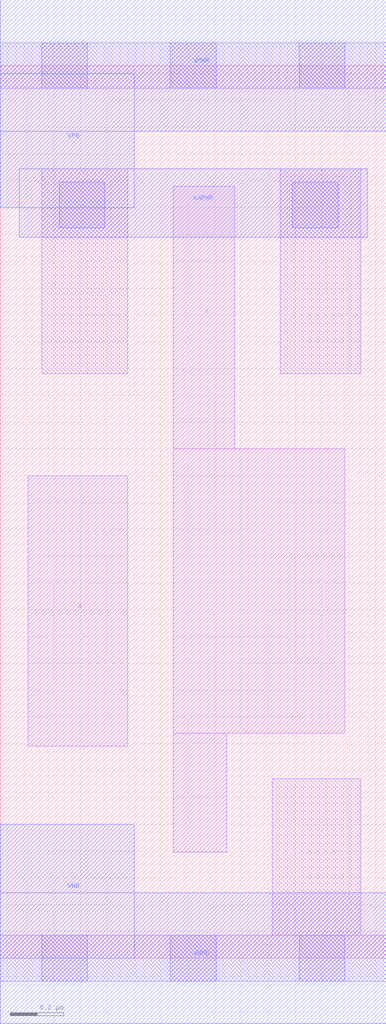
<source format=lef>
# Copyright 2020 The SkyWater PDK Authors
#
# Licensed under the Apache License, Version 2.0 (the "License");
# you may not use this file except in compliance with the License.
# You may obtain a copy of the License at
#
#     https://www.apache.org/licenses/LICENSE-2.0
#
# Unless required by applicable law or agreed to in writing, software
# distributed under the License is distributed on an "AS IS" BASIS,
# WITHOUT WARRANTIES OR CONDITIONS OF ANY KIND, either express or implied.
# See the License for the specific language governing permissions and
# limitations under the License.
#
# SPDX-License-Identifier: Apache-2.0

VERSION 5.5 ;
NAMESCASESENSITIVE ON ;
BUSBITCHARS "[]" ;
DIVIDERCHAR "/" ;
MACRO sky130_fd_sc_lp__invkapwr_1
  CLASS CORE ;
  SOURCE USER ;
  ORIGIN  0.000000  0.000000 ;
  SIZE  1.440000 BY  3.330000 ;
  SYMMETRY X Y ;
  SITE unit ;
  PIN A
    ANTENNAGATEAREA  0.315000 ;
    DIRECTION INPUT ;
    USE SIGNAL ;
    PORT
      LAYER li1 ;
        RECT 0.105000 0.790000 0.475000 1.800000 ;
    END
  END A
  PIN Y
    ANTENNADIFFAREA  0.346500 ;
    DIRECTION OUTPUT ;
    USE SIGNAL ;
    PORT
      LAYER li1 ;
        RECT 0.645000 0.395000 0.845000 0.840000 ;
        RECT 0.645000 0.840000 1.285000 1.900000 ;
        RECT 0.645000 1.900000 0.875000 2.880000 ;
    END
  END Y
  PIN KAPWR
    DIRECTION INOUT ;
    USE POWER ;
    PORT
      LAYER met1 ;
        RECT 0.070000 2.690000 1.370000 2.945000 ;
    END
  END KAPWR
  PIN VGND
    DIRECTION INOUT ;
    USE GROUND ;
    PORT
      LAYER met1 ;
        RECT 0.000000 -0.245000 1.440000 0.245000 ;
    END
  END VGND
  PIN VNB
    DIRECTION INOUT ;
    USE GROUND ;
    PORT
    END
  END VNB
  PIN VPB
    DIRECTION INOUT ;
    USE POWER ;
    PORT
    END
  END VPB
  PIN VNB
    DIRECTION INOUT ;
    USE GROUND ;
    PORT
      LAYER met1 ;
        RECT 0.000000 0.000000 0.500000 0.500000 ;
    END
  END VNB
  PIN VPB
    DIRECTION INOUT ;
    USE POWER ;
    PORT
      LAYER met1 ;
        RECT 0.000000 2.800000 0.500000 3.300000 ;
    END
  END VPB
  PIN VPWR
    DIRECTION INOUT ;
    USE POWER ;
    PORT
      LAYER met1 ;
        RECT 0.000000 3.085000 1.440000 3.575000 ;
    END
  END VPWR
  OBS
    LAYER li1 ;
      RECT 0.000000 -0.085000 1.440000 0.085000 ;
      RECT 0.000000  3.245000 1.440000 3.415000 ;
      RECT 0.155000  2.180000 0.475000 2.945000 ;
      RECT 1.015000  0.085000 1.345000 0.670000 ;
      RECT 1.045000  2.180000 1.345000 2.945000 ;
    LAYER mcon ;
      RECT 0.155000 -0.085000 0.325000 0.085000 ;
      RECT 0.155000  3.245000 0.325000 3.415000 ;
      RECT 0.220000  2.725000 0.390000 2.895000 ;
      RECT 0.635000 -0.085000 0.805000 0.085000 ;
      RECT 0.635000  3.245000 0.805000 3.415000 ;
      RECT 1.090000  2.725000 1.260000 2.895000 ;
      RECT 1.115000 -0.085000 1.285000 0.085000 ;
      RECT 1.115000  3.245000 1.285000 3.415000 ;
  END
END sky130_fd_sc_lp__invkapwr_1
END LIBRARY

</source>
